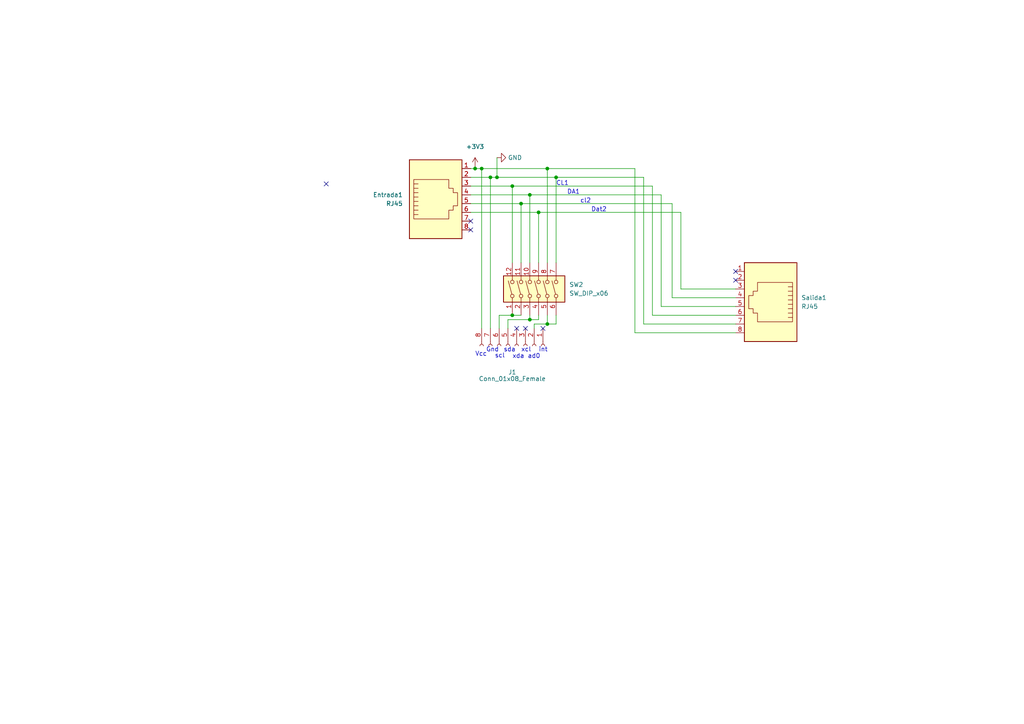
<source format=kicad_sch>
(kicad_sch (version 20211123) (generator eeschema)
  (paper "A4")
  (lib_symbols
    (symbol "Connector:Conn_01x08_Female" (pin_names (offset 1.016) hide)
      (property "Reference" "J" (at 0 10.16 0))
      (property "Value" "Conn_01x08_Female" (at 0 -12.7 0))
      (symbol "Conn_01x08_Female_1_1"
        (arc (start 0 -9.652) (mid -0.508 -10.16) (end 0 -10.668) (stroke (width 0.1524)))
        (arc (start 0 -7.112) (mid -0.508 -7.62) (end 0 -8.128) (stroke (width 0.1524)))
        (arc (start 0 -4.572) (mid -0.508 -5.08) (end 0 -5.588) (stroke (width 0.1524)))
        (arc (start 0 -2.032) (mid -0.508 -2.54) (end 0 -3.048) (stroke (width 0.1524)))
        (polyline (pts (xy -1.27 -10.16) (xy -0.508 -10.16)) (stroke (width 0.1524)))
        (polyline (pts (xy -1.27 -7.62) (xy -0.508 -7.62)) (stroke (width 0.1524)))
        (polyline (pts (xy -1.27 -5.08) (xy -0.508 -5.08)) (stroke (width 0.1524)))
        (polyline (pts (xy -1.27 -2.54) (xy -0.508 -2.54)) (stroke (width 0.1524)))
        (polyline (pts (xy -1.27 0) (xy -0.508 0)) (stroke (width 0.1524)))
        (polyline (pts (xy -1.27 2.54) (xy -0.508 2.54)) (stroke (width 0.1524)))
        (polyline (pts (xy -1.27 5.08) (xy -0.508 5.08)) (stroke (width 0.1524)))
        (polyline (pts (xy -1.27 7.62) (xy -0.508 7.62)) (stroke (width 0.1524)))
        (arc (start 0 0.508) (mid -0.508 0) (end 0 -0.508) (stroke (width 0.1524)))
        (arc (start 0 3.048) (mid -0.508 2.54) (end 0 2.032) (stroke (width 0.1524)))
        (arc (start 0 5.588) (mid -0.508 5.08) (end 0 4.572) (stroke (width 0.1524)))
        (arc (start 0 8.128) (mid -0.508 7.62) (end 0 7.112) (stroke (width 0.1524)))
        (pin passive line (at -5.08 7.62 0) (length 3.81) (name "Pin_1") (number "1"))
        (pin passive line (at -5.08 5.08 0) (length 3.81) (name "Pin_2") (number "2"))
        (pin passive line (at -5.08 2.54 0) (length 3.81) (name "Pin_3") (number "3"))
        (pin passive line (at -5.08 0 0) (length 3.81) (name "Pin_4") (number "4"))
        (pin passive line (at -5.08 -2.54 0) (length 3.81) (name "Pin_5") (number "5"))
        (pin passive line (at -5.08 -5.08 0) (length 3.81) (name "Pin_6") (number "6"))
        (pin passive line (at -5.08 -7.62 0) (length 3.81) (name "Pin_7") (number "7"))
        (pin passive line (at -5.08 -10.16 0) (length 3.81) (name "Pin_8") (number "8"))
      )
    )
    (symbol "Connector:RJ45" (pin_names (offset 1.016))
      (property "Reference" "J" (at -5.08 13.97 0))
      (property "Value" "RJ45" (at 2.54 13.97 0))
      (symbol "RJ45_0_1"
        (polyline (pts (xy -5.08 4.445) (xy -6.35 4.445)))
        (polyline (pts (xy -5.08 5.715) (xy -6.35 5.715)))
        (polyline (pts (xy -6.35 -3.175) (xy -5.08 -3.175) (xy -5.08 -3.175)))
        (polyline (pts (xy -6.35 -1.905) (xy -5.08 -1.905) (xy -5.08 -1.905)))
        (polyline (pts (xy -6.35 -0.635) (xy -5.08 -0.635) (xy -5.08 -0.635)))
        (polyline (pts (xy -6.35 0.635) (xy -5.08 0.635) (xy -5.08 0.635)))
        (polyline (pts (xy -6.35 1.905) (xy -5.08 1.905) (xy -5.08 1.905)))
        (polyline (pts (xy -5.08 3.175) (xy -6.35 3.175) (xy -6.35 3.175)))
        (polyline (pts (xy -6.35 -4.445) (xy -6.35 6.985) (xy 3.81 6.985) (xy 3.81 4.445) (xy 5.08 4.445) (xy 5.08 3.175) (xy 6.35 3.175) (xy 6.35 -0.635) (xy 5.08 -0.635) (xy 5.08 -1.905) (xy 3.81 -1.905) (xy 3.81 -4.445) (xy -6.35 -4.445) (xy -6.35 -4.445)))
        (rectangle (start 7.62 12.7) (end -7.62 -10.16) (stroke (width 0.254)) (fill (type background)))
      )
      (symbol "RJ45_1_1"
        (pin passive line (at 10.16 -7.62 180) (length 2.54) (name "~") (number "1"))
        (pin passive line (at 10.16 -5.08 180) (length 2.54) (name "~") (number "2"))
        (pin passive line (at 10.16 -2.54 180) (length 2.54) (name "~") (number "3"))
        (pin passive line (at 10.16 0 180) (length 2.54) (name "~") (number "4"))
        (pin passive line (at 10.16 2.54 180) (length 2.54) (name "~") (number "5"))
        (pin passive line (at 10.16 5.08 180) (length 2.54) (name "~") (number "6"))
        (pin passive line (at 10.16 7.62 180) (length 2.54) (name "~") (number "7"))
        (pin passive line (at 10.16 10.16 180) (length 2.54) (name "~") (number "8"))
      )
    )
    (symbol "Switch:SW_DIP_x06" (pin_names (offset 0) hide)
      (property "Reference" "SW" (at 0 11.43 0))
      (property "Value" "SW_DIP_x06" (at 0 -8.89 0))
      (symbol "SW_DIP_x06_0_0"
        (circle (center -2.032 -5.08) (radius 0.508))
        (circle (center -2.032 -2.54) (radius 0.508))
        (circle (center -2.032 0) (radius 0.508))
        (circle (center -2.032 2.54) (radius 0.508))
        (circle (center -2.032 5.08) (radius 0.508))
        (circle (center -2.032 7.62) (radius 0.508))
        (polyline (pts (xy -1.524 -4.9276) (xy 2.3622 -3.8862)))
        (polyline (pts (xy -1.524 -2.3876) (xy 2.3622 -1.3462)))
        (polyline (pts (xy -1.524 0.127) (xy 2.3622 1.1684)))
        (polyline (pts (xy -1.524 2.667) (xy 2.3622 3.7084)))
        (polyline (pts (xy -1.524 5.207) (xy 2.3622 6.2484)))
        (polyline (pts (xy -1.524 7.747) (xy 2.3622 8.7884)))
        (circle (center 2.032 -5.08) (radius 0.508))
        (circle (center 2.032 -2.54) (radius 0.508))
        (circle (center 2.032 0) (radius 0.508))
        (circle (center 2.032 2.54) (radius 0.508))
        (circle (center 2.032 5.08) (radius 0.508))
        (circle (center 2.032 7.62) (radius 0.508))
      )
      (symbol "SW_DIP_x06_0_1"
        (rectangle (start -3.81 10.16) (end 3.81 -7.62) (stroke (width 0.254)) (fill (type background)))
      )
      (symbol "SW_DIP_x06_1_1"
        (pin passive line (at -7.62 7.62 0) (length 5.08) (name "~") (number "1"))
        (pin passive line (at 7.62 2.54 180) (length 5.08) (name "~") (number "10"))
        (pin passive line (at 7.62 5.08 180) (length 5.08) (name "~") (number "11"))
        (pin passive line (at 7.62 7.62 180) (length 5.08) (name "~") (number "12"))
        (pin passive line (at -7.62 5.08 0) (length 5.08) (name "~") (number "2"))
        (pin passive line (at -7.62 2.54 0) (length 5.08) (name "~") (number "3"))
        (pin passive line (at -7.62 0 0) (length 5.08) (name "~") (number "4"))
        (pin passive line (at -7.62 -2.54 0) (length 5.08) (name "~") (number "5"))
        (pin passive line (at -7.62 -5.08 0) (length 5.08) (name "~") (number "6"))
        (pin passive line (at 7.62 -5.08 180) (length 5.08) (name "~") (number "7"))
        (pin passive line (at 7.62 -2.54 180) (length 5.08) (name "~") (number "8"))
        (pin passive line (at 7.62 0 180) (length 5.08) (name "~") (number "9"))
      )
    )
    (symbol "power:+3.3V" (power) (pin_names (offset 0))
      (property "Value" "+3.3V" (at 0 3.556 0))
      (symbol "+3.3V_0_1"
        (polyline (pts (xy -0.762 1.27) (xy 0 2.54)))
        (polyline (pts (xy 0 0) (xy 0 2.54)))
        (polyline (pts (xy 0 2.54) (xy 0.762 1.27)))
      )
      (symbol "+3.3V_1_1"
        (pin power_in line (at 0 0 90) (length 0) hide (name "+3V3") (number "1"))
      )
    )
    (symbol "power:GND" (power) (pin_names (offset 0))
      (property "Value" "GND" (at 0 -3.81 0))
      (symbol "GND_0_1"
        (polyline (pts (xy 0 0) (xy 0 -1.27) (xy 1.27 -1.27) (xy 0 -2.54) (xy -1.27 -1.27) (xy 0 -1.27)))
      )
      (symbol "GND_1_1"
        (pin power_in line (at 0 0 270) (length 0) hide (name "GND") (number "1"))
      )
    )
  )
  (junction (at 153.67 92.71))
  (junction (at 161.29 51.435))
  (junction (at 151.13 59.055))
  (junction (at 144.145 51.435))
  (junction (at 142.24 51.435))
  (junction (at 153.67 56.515))
  (junction (at 148.59 91.44))
  (junction (at 137.795 48.895))
  (junction (at 156.21 61.595))
  (junction (at 158.75 48.895))
  (junction (at 139.7 48.895))
  (junction (at 148.59 53.975))
  (junction (at 158.75 93.98))
  (no_connect (at 149.86 95.25))
  (no_connect (at 152.4 95.25))
  (no_connect (at 157.48 95.25))
  (no_connect (at 94.615 53.34))
  (no_connect (at 213.36 81.28))
  (no_connect (at 213.36 78.74))
  (no_connect (at 136.525 64.135))
  (no_connect (at 136.525 66.675))
  (wire (pts (xy 142.24 51.435) (xy 144.145 51.435)))
  (wire (pts (xy 154.94 93.98) (xy 158.75 93.98)))
  (wire (pts (xy 137.795 48.26) (xy 137.795 48.895)))
  (wire (pts (xy 161.29 93.98) (xy 161.29 91.44)))
  (wire (pts (xy 144.145 45.72) (xy 144.145 51.435)))
  (wire (pts (xy 136.525 56.515) (xy 153.67 56.515)))
  (wire (pts (xy 158.75 93.98) (xy 161.29 93.98)))
  (wire (pts (xy 136.525 48.895) (xy 137.795 48.895)))
  (wire (pts (xy 184.15 96.52) (xy 213.36 96.52)))
  (wire (pts (xy 184.15 48.895) (xy 184.15 96.52)))
  (wire (pts (xy 139.7 48.895) (xy 139.7 95.25)))
  (wire (pts (xy 144.78 91.44) (xy 148.59 91.44)))
  (wire (pts (xy 137.795 48.895) (xy 139.7 48.895)))
  (wire (pts (xy 213.36 88.9) (xy 191.77 88.9)))
  (wire (pts (xy 136.525 51.435) (xy 142.24 51.435)))
  (wire (pts (xy 148.59 91.44) (xy 151.13 91.44)))
  (wire (pts (xy 189.23 53.975) (xy 189.23 91.44)))
  (wire (pts (xy 156.21 61.595) (xy 156.21 76.2)))
  (wire (pts (xy 158.75 48.895) (xy 184.15 48.895)))
  (wire (pts (xy 153.67 92.71) (xy 156.21 92.71)))
  (wire (pts (xy 136.525 61.595) (xy 156.21 61.595)))
  (wire (pts (xy 148.59 53.975) (xy 189.23 53.975)))
  (wire (pts (xy 142.24 51.435) (xy 142.24 95.25)))
  (wire (pts (xy 153.67 56.515) (xy 153.67 76.2)))
  (wire (pts (xy 151.13 59.055) (xy 151.13 76.2)))
  (wire (pts (xy 144.78 95.25) (xy 144.78 91.44)))
  (wire (pts (xy 151.13 59.055) (xy 194.945 59.055)))
  (wire (pts (xy 147.32 95.25) (xy 147.32 92.71)))
  (wire (pts (xy 158.75 93.98) (xy 158.75 91.44)))
  (wire (pts (xy 194.945 86.36) (xy 213.36 86.36)))
  (wire (pts (xy 191.77 88.9) (xy 191.77 56.515)))
  (wire (pts (xy 186.69 93.98) (xy 186.69 51.435)))
  (wire (pts (xy 161.29 51.435) (xy 186.69 51.435)))
  (wire (pts (xy 158.75 48.895) (xy 158.75 76.2)))
  (wire (pts (xy 197.485 83.82) (xy 197.485 61.595)))
  (wire (pts (xy 148.59 53.975) (xy 148.59 76.2)))
  (wire (pts (xy 139.7 48.895) (xy 158.75 48.895)))
  (wire (pts (xy 153.67 92.71) (xy 153.67 91.44)))
  (wire (pts (xy 194.945 59.055) (xy 194.945 86.36)))
  (wire (pts (xy 156.21 61.595) (xy 197.485 61.595)))
  (wire (pts (xy 136.525 53.975) (xy 148.59 53.975)))
  (wire (pts (xy 147.32 92.71) (xy 153.67 92.71)))
  (wire (pts (xy 189.23 91.44) (xy 213.36 91.44)))
  (wire (pts (xy 153.67 56.515) (xy 191.77 56.515)))
  (wire (pts (xy 144.145 51.435) (xy 161.29 51.435)))
  (wire (pts (xy 156.21 92.71) (xy 156.21 91.44)))
  (wire (pts (xy 213.36 83.82) (xy 197.485 83.82)))
  (wire (pts (xy 154.94 95.25) (xy 154.94 93.98)))
  (wire (pts (xy 161.29 51.435) (xy 161.29 76.2)))
  (wire (pts (xy 136.525 59.055) (xy 151.13 59.055)))
  (wire (pts (xy 213.36 93.98) (xy 186.69 93.98)))
  (text "scl\n\n" (at 143.51 106.045 0) (effects (font (size 1.27 1.27)) (justify left bottom)))
  (text "Gnd\n" (at 140.97 102.235 0) (effects (font (size 1.27 1.27)) (justify left bottom)))
  (text "Dat2\n" (at 171.45 61.595 0) (effects (font (size 1.27 1.27)) (justify left bottom)))
  (text "CL1\n" (at 161.29 53.975 0) (effects (font (size 1.27 1.27)) (justify left bottom)))
  (text "Vcc\n" (at 137.795 103.505 0) (effects (font (size 1.27 1.27)) (justify left bottom)))
  (text "ad0\n" (at 153.035 104.14 0) (effects (font (size 1.27 1.27)) (justify left bottom)))
  (text "cl2\n" (at 168.275 59.055 0) (effects (font (size 1.27 1.27)) (justify left bottom)))
  (text "sda\n" (at 146.05 102.235 0) (effects (font (size 1.27 1.27)) (justify left bottom)))
  (text "xda\n" (at 148.59 104.14 0) (effects (font (size 1.27 1.27)) (justify left bottom)))
  (text "int\n" (at 156.21 102.235 0) (effects (font (size 1.27 1.27)) (justify left bottom)))
  (text "xcl\n" (at 151.13 102.235 0) (effects (font (size 1.27 1.27)) (justify left bottom)))
  (text "DA1\n" (at 164.465 56.515 0) (effects (font (size 1.27 1.27)) (justify left bottom)))
  (symbol (lib_id "Connector:RJ45") (at 126.365 56.515 0) (mirror x) (unit 1)
    (property "Reference" "Entrada1" (at 116.84 56.5149 0) (effects (justify right)))
    (property "Value" "RJ45" (at 116.84 59.0549 0) (effects (justify right)))
    (property "Footprint" "Connector_RJ:RJ45_Amphenol_54602-x08_Horizontal" (effects hide))
  )
  (symbol (lib_id "power:GND") (at 144.145 45.72 90) (unit 1)
    (property "Reference" "#PWR0101" (effects hide))
    (property "Value" "GND" (at 147.32 45.7199 90) (effects (justify right)))
  )
  (symbol (lib_id "Connector:RJ45") (at 223.52 86.36 180) (unit 1)
    (property "Reference" "Salida1" (at 232.41 86.3599 0) (effects (justify right)))
    (property "Value" "RJ45" (at 232.41 88.8999 0) (effects (justify right)))
    (property "Footprint" "Connector_RJ:RJ45_Amphenol_54602-x08_Horizontal" (effects hide))
  )
  (symbol (lib_id "Switch:SW_DIP_x06") (at 156.21 83.82 90) (unit 1)
    (property "Reference" "SW2" (at 165.1 82.5499 90) (effects (justify right)))
    (property "Value" "SW_DIP_x06" (at 165.1 85.0899 90) (effects (justify right)))
    (property "Footprint" "Button_Switch_THT:SW_DIP_SPSTx06_Slide_6.7x16.8mm_W7.62mm_P2.54mm_LowProfile" (effects hide))
  )
  (symbol (lib_id "power:+3.3V") (at 137.795 48.26 0) (unit 1)
    (property "Reference" "#PWR0102" (effects hide))
    (property "Value" "+3.3V" (at 137.795 42.545 0))
  )
  (symbol (lib_id "Connector:Conn_01x08_Female") (at 149.86 100.33 270) (unit 1)
    (property "Reference" "J1" (at 148.59 107.95 90))
    (property "Value" "Conn_01x08_Female" (at 148.59 109.855 90))
    (property "Footprint" "Connector_PinHeader_2.54mm:PinHeader_1x08_P2.54mm_Vertical" (effects hide))
  )
)
</source>
